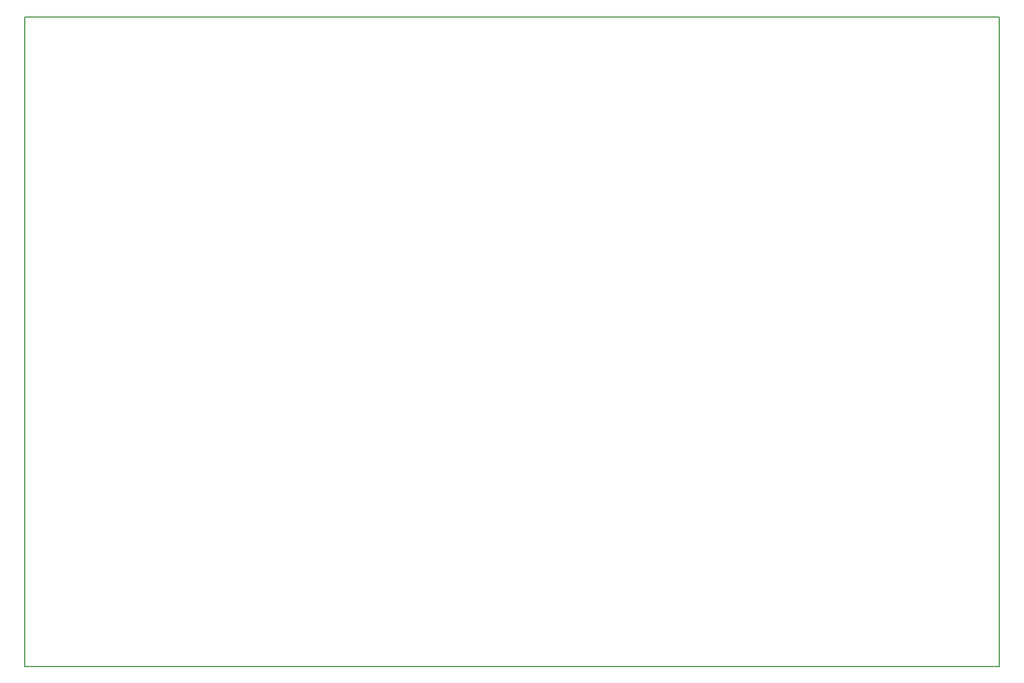
<source format=gbr>
G04 #@! TF.FileFunction,Profile,NP*
%FSLAX46Y46*%
G04 Gerber Fmt 4.6, Leading zero omitted, Abs format (unit mm)*
G04 Created by KiCad (PCBNEW no-vcs-found-undefined) date Mon Oct 17 17:10:25 2016*
%MOMM*%
%LPD*%
G01*
G04 APERTURE LIST*
%ADD10C,0.100000*%
%ADD11C,0.150000*%
G04 APERTURE END LIST*
D10*
D11*
X69977000Y-138811000D02*
X69977000Y-38735000D01*
X220091000Y-138811000D02*
X69977000Y-138811000D01*
X220091000Y-38735000D02*
X220091000Y-138811000D01*
X69977000Y-38735000D02*
X220091000Y-38735000D01*
M02*

</source>
